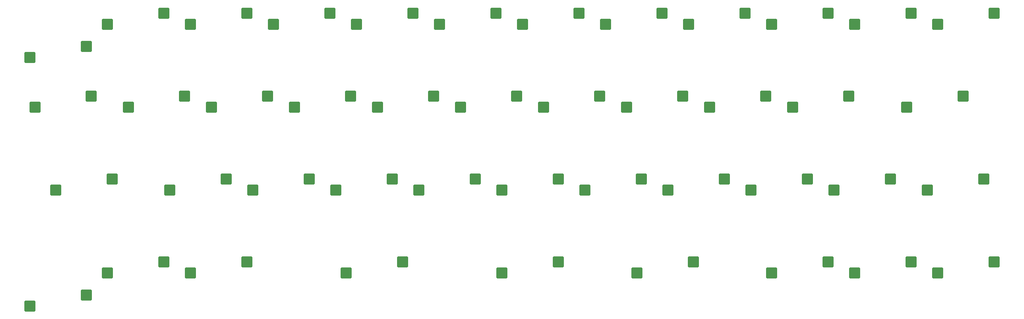
<source format=gbr>
%TF.GenerationSoftware,KiCad,Pcbnew,7.0.2*%
%TF.CreationDate,2023-10-29T18:34:14+01:00*%
%TF.ProjectId,0xcb-static-hs,30786362-2d73-4746-9174-69632d68732e,1.0*%
%TF.SameCoordinates,Original*%
%TF.FileFunction,Paste,Bot*%
%TF.FilePolarity,Positive*%
%FSLAX46Y46*%
G04 Gerber Fmt 4.6, Leading zero omitted, Abs format (unit mm)*
G04 Created by KiCad (PCBNEW 7.0.2) date 2023-10-29 18:34:14*
%MOMM*%
%LPD*%
G01*
G04 APERTURE LIST*
G04 Aperture macros list*
%AMRoundRect*
0 Rectangle with rounded corners*
0 $1 Rounding radius*
0 $2 $3 $4 $5 $6 $7 $8 $9 X,Y pos of 4 corners*
0 Add a 4 corners polygon primitive as box body*
4,1,4,$2,$3,$4,$5,$6,$7,$8,$9,$2,$3,0*
0 Add four circle primitives for the rounded corners*
1,1,$1+$1,$2,$3*
1,1,$1+$1,$4,$5*
1,1,$1+$1,$6,$7*
1,1,$1+$1,$8,$9*
0 Add four rect primitives between the rounded corners*
20,1,$1+$1,$2,$3,$4,$5,0*
20,1,$1+$1,$4,$5,$6,$7,0*
20,1,$1+$1,$6,$7,$8,$9,0*
20,1,$1+$1,$8,$9,$2,$3,0*%
G04 Aperture macros list end*
%ADD10RoundRect,0.250000X-1.025000X-1.000000X1.025000X-1.000000X1.025000X1.000000X-1.025000X1.000000X0*%
%ADD11RoundRect,0.250000X1.025000X1.000000X-1.025000X1.000000X-1.025000X-1.000000X1.025000X-1.000000X0*%
G04 APERTURE END LIST*
D10*
%TO.C,MX22*%
X216435000Y-96520000D03*
X229362000Y-93980000D03*
%TD*%
%TO.C,MX27*%
X92610000Y-115570000D03*
X105537000Y-113030000D03*
%TD*%
%TO.C,MX25*%
X47366300Y-115570000D03*
X60293300Y-113030000D03*
%TD*%
%TO.C,MX41*%
X180725000Y-134620000D03*
X193652000Y-132080000D03*
%TD*%
%TO.C,MX21*%
X197385000Y-96520000D03*
X210312000Y-93980000D03*
%TD*%
%TO.C,MX11*%
X230722500Y-77470000D03*
X243649500Y-74930000D03*
%TD*%
%TO.C,MX14*%
X64035000Y-96520000D03*
X76962000Y-93980000D03*
%TD*%
%TO.C,MX31*%
X168810000Y-115570000D03*
X181737000Y-113030000D03*
%TD*%
%TO.C,MX16*%
X102135000Y-96520000D03*
X115062000Y-93980000D03*
%TD*%
%TO.C,MX10*%
X211672500Y-77470000D03*
X224599500Y-74930000D03*
%TD*%
%TO.C,MX29*%
X130710000Y-115570000D03*
X143637000Y-113030000D03*
%TD*%
%TO.C,MX33*%
X206910000Y-115570000D03*
X219837000Y-113030000D03*
%TD*%
%TO.C,MX39*%
X114041300Y-134620000D03*
X126968300Y-132080000D03*
%TD*%
%TO.C,MX40_1*%
X149775000Y-134620000D03*
X162702000Y-132080000D03*
%TD*%
%TO.C,MX44*%
X249772500Y-134620000D03*
X262699500Y-132080000D03*
%TD*%
%TO.C,MX4*%
X97372500Y-77470000D03*
X110299500Y-74930000D03*
%TD*%
%TO.C,MX24*%
X249772500Y-77470000D03*
X262699500Y-74930000D03*
%TD*%
%TO.C,MX37*%
X59272500Y-134620000D03*
X72199500Y-132080000D03*
%TD*%
%TO.C,MX20*%
X178335000Y-96520000D03*
X191262000Y-93980000D03*
%TD*%
%TO.C,MX7*%
X154522500Y-77470000D03*
X167449500Y-74930000D03*
%TD*%
D11*
%TO.C,MX36*%
X54392500Y-139700000D03*
X41465500Y-142240000D03*
%TD*%
D10*
%TO.C,MX42*%
X211672500Y-134620000D03*
X224599500Y-132080000D03*
%TD*%
%TO.C,MX17*%
X121185000Y-96520000D03*
X134112000Y-93980000D03*
%TD*%
%TO.C,MX30*%
X149760000Y-115570000D03*
X162687000Y-113030000D03*
%TD*%
%TO.C,MX8*%
X173572500Y-77470000D03*
X186499500Y-74930000D03*
%TD*%
%TO.C,MX5*%
X116422500Y-77470000D03*
X129349500Y-74930000D03*
%TD*%
%TO.C,MX34*%
X225960000Y-115570000D03*
X238887000Y-113030000D03*
%TD*%
%TO.C,MX28*%
X111660000Y-115570000D03*
X124587000Y-113030000D03*
%TD*%
%TO.C,MX19*%
X159285000Y-96520000D03*
X172212000Y-93980000D03*
%TD*%
%TO.C,MX15*%
X83085000Y-96520000D03*
X96012000Y-93980000D03*
%TD*%
%TO.C,MX43*%
X230722500Y-134620000D03*
X243649500Y-132080000D03*
%TD*%
%TO.C,MX18*%
X140235000Y-96520000D03*
X153162000Y-93980000D03*
%TD*%
%TO.C,MX23*%
X242628800Y-96520000D03*
X255555800Y-93980000D03*
%TD*%
%TO.C,MX35*%
X247391300Y-115570000D03*
X260318300Y-113030000D03*
%TD*%
%TO.C,MX38*%
X78322500Y-134620000D03*
X91249500Y-132080000D03*
%TD*%
%TO.C,MX9*%
X192622500Y-77470000D03*
X205549500Y-74930000D03*
%TD*%
%TO.C,MX2*%
X59272500Y-77470000D03*
X72199500Y-74930000D03*
%TD*%
D11*
%TO.C,MX1*%
X54392500Y-82550000D03*
X41465500Y-85090000D03*
%TD*%
D10*
%TO.C,MX32*%
X187860000Y-115570000D03*
X200787000Y-113030000D03*
%TD*%
%TO.C,MX13*%
X42603800Y-96520000D03*
X55530800Y-93980000D03*
%TD*%
%TO.C,MX3*%
X78322500Y-77470000D03*
X91249500Y-74930000D03*
%TD*%
%TO.C,MX26*%
X73560000Y-115570000D03*
X86487000Y-113030000D03*
%TD*%
%TO.C,MX6*%
X135472500Y-77470000D03*
X148399500Y-74930000D03*
%TD*%
M02*

</source>
